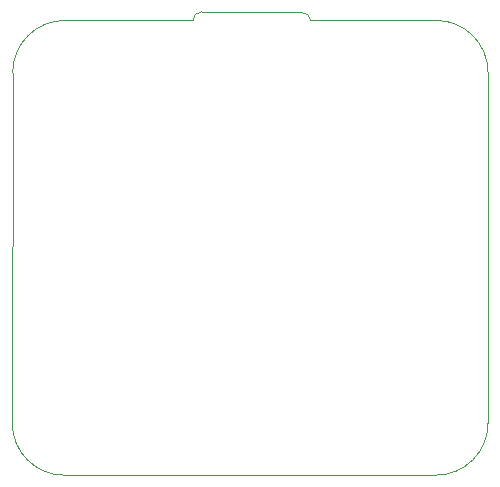
<source format=gbr>
%TF.GenerationSoftware,KiCad,Pcbnew,8.0.2*%
%TF.CreationDate,2024-09-15T16:43:51-04:00*%
%TF.ProjectId,StepperMotorDriver,53746570-7065-4724-9d6f-746f72447269,rev?*%
%TF.SameCoordinates,Original*%
%TF.FileFunction,Profile,NP*%
%FSLAX46Y46*%
G04 Gerber Fmt 4.6, Leading zero omitted, Abs format (unit mm)*
G04 Created by KiCad (PCBNEW 8.0.2) date 2024-09-15 16:43:51*
%MOMM*%
%LPD*%
G01*
G04 APERTURE LIST*
%TA.AperFunction,Profile*%
%ADD10C,0.050000*%
%TD*%
G04 APERTURE END LIST*
D10*
X93250000Y-47640649D02*
X93250000Y-77365693D01*
X53000000Y-47679680D02*
X52966250Y-77359351D01*
X53000000Y-47679680D02*
G75*
G02*
X57429680Y-43250000I4429680J0D01*
G01*
X77456858Y-42576922D02*
G75*
G02*
X78251224Y-43250000I43142J-754378D01*
G01*
X57350557Y-81750000D02*
X88859351Y-81750000D01*
X93250000Y-77365693D02*
G75*
G02*
X88859351Y-81750005I-4390650J6343D01*
G01*
X57350557Y-81750000D02*
G75*
G02*
X52966195Y-77359351I6343J4390700D01*
G01*
X78251225Y-43250000D02*
X88865693Y-43250000D01*
X77456858Y-42576922D02*
X69000000Y-42537131D01*
X68250000Y-43250000D02*
G75*
G02*
X69000000Y-42537323I750000J-38300D01*
G01*
X57429680Y-43250000D02*
X68250000Y-43250000D01*
X88865693Y-43250000D02*
G75*
G02*
X93250005Y-47640649I-6393J-4390700D01*
G01*
M02*

</source>
